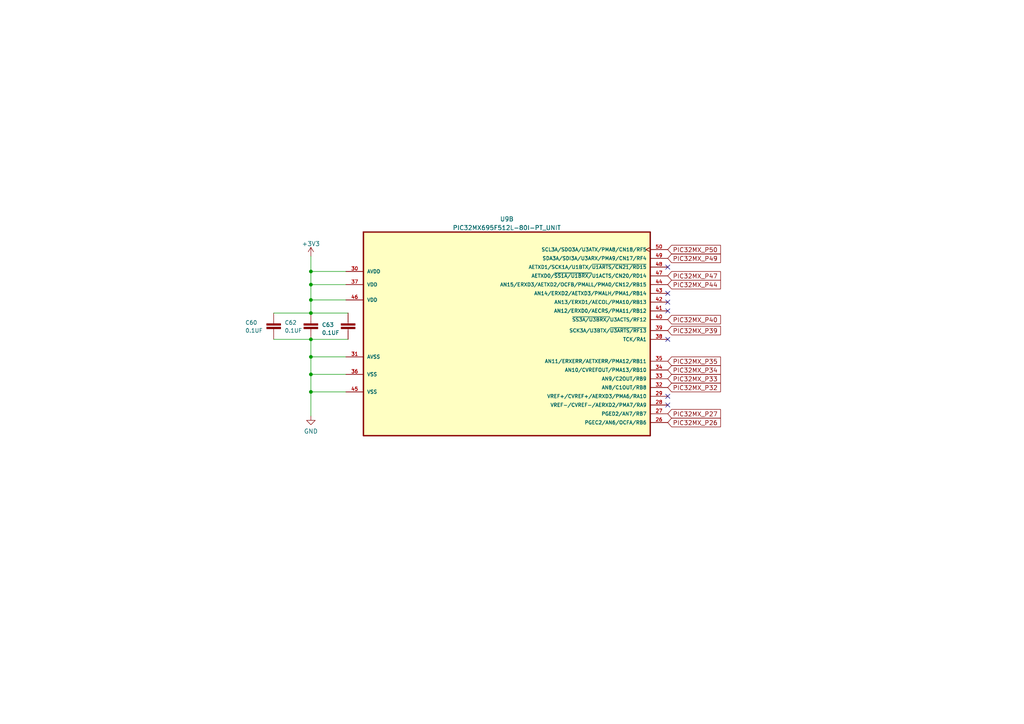
<source format=kicad_sch>
(kicad_sch (version 20230121) (generator eeschema)
  (paper "A4")
  (lib_symbols
    (symbol "MCU_Microchip_PIC32:PIC32MX695F512L-80I-PT_UNIT" (pin_names (offset 1.016))
      (property "Reference" "U9" (at 42.2275 2.506 0))
      (property "Value" "PIC32MX695F512L-80I-PT_UNIT" (at 42.2275 -0.0309 0))
      (symbol "PIC32MX695F512L-80I-PT_UNIT_0_0"
        (rectangle (start 0.635 -1.27) (end 83.82 -60.325) (stroke (width 0.4064)) (fill (type background)))
      )
      (symbol "PIC32MX695F512L-80I-PT_UNIT_1_0"
        (pin bidirectional line (at -4.445 -5.08 0) (length 5.08) (name "AERXERR/RG15") (number "1"))
        (pin bidirectional line (at -4.445 -31.75 0) (length 5.08) (name "ECOL/SCK2A/U2BTX/~{U2ARTS/PMA5/CN8/RG6}") (number "10"))
        (pin bidirectional line (at -4.445 -34.29 0) (length 5.08) (name "ECRS/SDA2A/SDI2A/U2ARX/PMA4/CN9/RG7") (number "11"))
        (pin bidirectional line (at -4.445 -37.465 0) (length 5.08) (name "ERXDV/SCL2A/SDO2A/U2ATX/PMA3/CN10/RG8") (number "12"))
        (pin input line (at -4.445 -41.275 0) (length 5.08) (name "~{MCLR}") (number "13"))
        (pin input clock (at 88.9 -41.91 180) (length 5.08) (name "ERXCLK/~{SS2A/U2BRX/}U2ACTS/PMA2/CN11/RG9") (number "14"))
        (pin power_in line (at 88.9 -39.37 180) (length 5.08) (name "VSS") (number "15"))
        (pin power_in line (at 88.9 -36.195 180) (length 5.08) (name "VDD") (number "16"))
        (pin bidirectional line (at 88.9 -33.02 180) (length 5.08) (name "TMS/RA0") (number "17"))
        (pin input line (at 88.9 -30.48 180) (length 5.08) (name "AERXD0/INT1/RE8") (number "18"))
        (pin input line (at 88.9 -27.94 180) (length 5.08) (name "AERXD1/INT2/RE9") (number "19"))
        (pin power_in line (at -4.445 -9.525 0) (length 5.08) (name "VDD") (number "2"))
        (pin input line (at 88.9 -25.4 180) (length 5.08) (name "AN5/C1IN+/VBUSON/CN7/RB5") (number "20"))
        (pin input line (at 88.9 -21.59 180) (length 5.08) (name "AN4/C1IN-/CN6/RB4") (number "21"))
        (pin input line (at 88.9 -19.05 180) (length 5.08) (name "AN3/C2IN+/CN5/RB3") (number "22"))
        (pin input line (at 88.9 -16.51 180) (length 5.08) (name "AN2/C2IN-/CN4/RB2") (number "23"))
        (pin bidirectional line (at 88.9 -7.62 180) (length 5.08) (name "PGEC1/AN1/CN3/RB1") (number "24"))
        (pin bidirectional line (at 88.9 -5.715 180) (length 5.08) (name "PGED1/AN0/CN2/RB0") (number "25"))
        (pin bidirectional line (at -4.445 -12.7 0) (length 5.08) (name "PMD5/RE5") (number "3"))
        (pin bidirectional line (at -4.445 -14.605 0) (length 5.08) (name "PMD6/RE6") (number "4"))
        (pin bidirectional line (at -4.445 -17.145 0) (length 5.08) (name "PMD7/RE7") (number "5"))
        (pin bidirectional line (at -4.445 -19.685 0) (length 5.08) (name "T2CK/RC1") (number "6"))
        (pin bidirectional line (at -4.445 -22.225 0) (length 5.08) (name "T3CK/RC2") (number "7"))
        (pin bidirectional line (at -4.445 -24.765 0) (length 5.08) (name "T4CK/RC3") (number "8"))
        (pin bidirectional line (at -4.445 -27.305 0) (length 5.08) (name "T5CK/SDI1/RC4") (number "9"))
      )
      (symbol "PIC32MX695F512L-80I-PT_UNIT_2_0"
        (pin bidirectional line (at 88.9 -56.515 180) (length 5.08) (name "PGEC2/AN6/OCFA/RB6") (number "26"))
        (pin bidirectional line (at 88.9 -53.975 180) (length 5.08) (name "PGED2/AN7/RB7") (number "27"))
        (pin bidirectional line (at 88.9 -51.435 180) (length 5.08) (name "VREF-/CVREF-/AERXD2/PMA7/RA9") (number "28"))
        (pin bidirectional line (at 88.9 -48.895 180) (length 5.08) (name "VREF+/CVREF+/AERXD3/PMA6/RA10") (number "29"))
        (pin power_in line (at -4.445 -12.7 0) (length 5.08) (name "AVDD") (number "30"))
        (pin power_in line (at -4.445 -37.465 0) (length 5.08) (name "AVSS") (number "31"))
        (pin bidirectional line (at 88.9 -46.355 180) (length 5.08) (name "AN8/C1OUT/RB8") (number "32"))
        (pin bidirectional line (at 88.9 -43.815 180) (length 5.08) (name "AN9/C2OUT/RB9") (number "33"))
        (pin bidirectional line (at 88.9 -41.275 180) (length 5.08) (name "AN10/CVREFOUT/PMA13/RB10") (number "34"))
        (pin bidirectional line (at 88.9 -38.735 180) (length 5.08) (name "AN11/ERXERR/AETXERR/PMA12/RB11") (number "35"))
        (pin power_in line (at -4.445 -42.545 0) (length 5.08) (name "VSS") (number "36"))
        (pin power_in line (at -4.445 -16.51 0) (length 5.08) (name "VDD") (number "37"))
        (pin bidirectional line (at 88.9 -32.385 180) (length 5.08) (name "TCK/RA1") (number "38"))
        (pin bidirectional line (at 88.9 -29.845 180) (length 5.08) (name "SCK3A/U3BTX/~{U3ARTS/RF13}") (number "39"))
        (pin bidirectional line (at 88.9 -26.67 180) (length 5.08) (name "~{SS3A/U3BRX/}U3ACTS/RF12") (number "40"))
        (pin bidirectional line (at 88.9 -24.13 180) (length 5.08) (name "AN12/ERXD0/AECRS/PMA11/RB12") (number "41"))
        (pin bidirectional line (at 88.9 -21.59 180) (length 5.08) (name "AN13/ERXD1/AECOL/PMA10/RB13") (number "42"))
        (pin bidirectional line (at 88.9 -19.05 180) (length 5.08) (name "AN14/ERXD2/AETXD3/PMALH/PMA1/RB14") (number "43"))
        (pin bidirectional line (at 88.9 -16.51 180) (length 5.08) (name "AN15/ERXD3/AETXD2/OCFB/PMALL/PMA0/CN12/RB15") (number "44"))
        (pin power_in line (at -4.445 -47.625 0) (length 5.08) (name "VSS") (number "45"))
        (pin power_in line (at -4.445 -20.955 0) (length 5.08) (name "VDD") (number "46"))
        (pin bidirectional line (at 88.9 -13.97 180) (length 5.08) (name "AETXD0/~{SS1A/U1BRX/}U1ACTS/CN20/RD14") (number "47"))
        (pin bidirectional line (at 88.9 -11.43 180) (length 5.08) (name "AETXD1/SCK1A/U1BTX/~{U1ARTS/CN21/RD15}") (number "48"))
        (pin bidirectional line (at 88.9 -8.89 180) (length 5.08) (name "SDA3A/SDI3A/U3ARX/PMA9/CN17/RF4") (number "49"))
        (pin input clock (at 88.9 -6.35 180) (length 5.08) (name "SCL3A/SDO3A/U3ATX/PMA8/CN18/RF5") (number "50"))
      )
      (symbol "PIC32MX695F512L-80I-PT_UNIT_3_0"
        (pin bidirectional line (at -4.445 -6.35 0) (length 5.08) (name "USBID/RF3") (number "51"))
        (pin bidirectional line (at -4.445 -8.89 0) (length 5.08) (name "SDA1A/SDI1A/U1ARX/RF2") (number "52"))
        (pin input clock (at -4.445 -11.43 0) (length 5.08) (name "SCL1A/SDO1A/U1ATX/RF8") (number "53"))
        (pin input line (at -4.445 -14.605 0) (length 5.08) (name "VBUS") (number "54"))
        (pin power_in line (at -4.445 -17.145 0) (length 5.08) (name "VUSB") (number "55"))
        (pin bidirectional line (at -4.445 -19.685 0) (length 5.08) (name "D-/RG3") (number "56"))
        (pin bidirectional line (at -4.445 -22.86 0) (length 5.08) (name "D+/RG2") (number "57"))
        (pin input clock (at -4.445 -26.035 0) (length 5.08) (name "SCL2/RA2") (number "58"))
        (pin bidirectional line (at -4.445 -29.21 0) (length 5.08) (name "SDA2/RA3") (number "59"))
        (pin bidirectional line (at -4.445 -32.385 0) (length 5.08) (name "TDI/RA4") (number "60"))
        (pin bidirectional line (at -4.445 -35.56 0) (length 5.08) (name "TDO/RA5") (number "61"))
        (pin power_in line (at -4.445 -38.735 0) (length 5.08) (name "VDD") (number "62"))
        (pin bidirectional clock (at -4.445 -41.91 0) (length 5.08) (name "OSC1/CLKI/RC12") (number "63"))
        (pin bidirectional clock (at 88.9 -41.275 180) (length 5.08) (name "OSC2/CLKO/RC15") (number "64"))
        (pin power_in line (at 88.9 -38.1 180) (length 5.08) (name "VSS") (number "65"))
        (pin input clock (at 88.9 -34.29 180) (length 5.08) (name "AETXCLK/SCL1/INT3/RA14") (number "66"))
        (pin input line (at 88.9 -31.75 180) (length 5.08) (name "AETXEN/SDA1/INT4/RA15") (number "67"))
        (pin bidirectional line (at 88.9 -28.575 180) (length 5.08) (name "RTCC/EMDIO/IC1/RD8") (number "68"))
        (pin bidirectional line (at 88.9 -26.035 180) (length 5.08) (name "~{SS1/IC2/RD9}") (number "69"))
        (pin bidirectional line (at 88.9 -23.495 180) (length 5.08) (name "SCK1/IC3/PMCS2/PMA15/RD10") (number "70"))
        (pin bidirectional line (at 88.9 -19.685 180) (length 5.08) (name "EMDC/IC4/PMCS1/PMA14/RD11") (number "71"))
        (pin input line (at 88.9 -15.875 180) (length 5.08) (name "SDO1/OC1/INT0/RD0") (number "72"))
        (pin bidirectional line (at 88.9 -12.7 180) (length 5.08) (name "SOSCI/CN1/RC13") (number "73"))
        (pin bidirectional line (at 88.9 -9.525 180) (length 5.08) (name "SOSCO/T1CK/CN0/RC14") (number "74"))
        (pin power_in line (at 88.9 -5.715 180) (length 5.08) (name "VSS") (number "75"))
      )
      (symbol "PIC32MX695F512L-80I-PT_UNIT_4_0"
        (pin bidirectional line (at 88.9 -6.35 180) (length 5.08) (name "PMD4/RE4") (number "100"))
        (pin bidirectional line (at -4.445 -5.715 0) (length 5.08) (name "OC2/RD1") (number "76"))
        (pin bidirectional line (at -4.445 -8.255 0) (length 5.08) (name "OC3/RD2") (number "77"))
        (pin bidirectional line (at -4.445 -10.795 0) (length 5.08) (name "OC4/RD3") (number "78"))
        (pin bidirectional line (at -4.445 -13.335 0) (length 5.08) (name "ETXD2/IC5/PMD12/RD12") (number "79"))
        (pin bidirectional line (at -4.445 -15.875 0) (length 5.08) (name "ETXD3/PMD13/CN19/RD13") (number "80"))
        (pin bidirectional line (at -4.445 -18.415 0) (length 5.08) (name "OC5/PMWR/CN13/RD4") (number "81"))
        (pin bidirectional line (at -4.445 -22.86 0) (length 5.08) (name "PMRD/CN14/RD5") (number "82"))
        (pin bidirectional line (at -4.445 -26.67 0) (length 5.08) (name "ETXEN/PMD14/CN15/RD6") (number "83"))
        (pin input clock (at -4.445 -29.21 0) (length 5.08) (name "ETXCLK/PMD15/CN16/RD7") (number "84"))
        (pin power_in line (at -4.445 -32.385 0) (length 5.08) (name "VCAP/VDDCORE") (number "85"))
        (pin power_in line (at -4.445 -34.925 0) (length 5.08) (name "VDD") (number "86"))
        (pin bidirectional line (at -4.445 -38.735 0) (length 5.08) (name "ETXD1/PMD11/RF0") (number "87"))
        (pin bidirectional line (at -4.445 -41.275 0) (length 5.08) (name "ETXD0/PMD10/RF1") (number "88"))
        (pin bidirectional line (at 88.9 -43.18 180) (length 5.08) (name "ETXERR/PMD9/RG1") (number "89"))
        (pin bidirectional line (at 88.9 -40.005 180) (length 5.08) (name "PMD8/RG0") (number "90"))
        (pin input clock (at 88.9 -35.56 180) (length 5.08) (name "TRCLK/RA6") (number "91"))
        (pin bidirectional line (at 88.9 -32.385 180) (length 5.08) (name "TRD3/RA7") (number "92"))
        (pin bidirectional line (at 88.9 -28.575 180) (length 5.08) (name "PMD0/RE0") (number "93"))
        (pin bidirectional line (at 88.9 -26.035 180) (length 5.08) (name "PMD1/RE1") (number "94"))
        (pin bidirectional line (at 88.9 -22.86 180) (length 5.08) (name "TRD2/RG14") (number "95"))
        (pin bidirectional line (at 88.9 -19.05 180) (length 5.08) (name "TRD1/RG12") (number "96"))
        (pin bidirectional line (at 88.9 -15.24 180) (length 5.08) (name "TRD0/RG13") (number "97"))
        (pin bidirectional line (at 88.9 -12.065 180) (length 5.08) (name "PMD2/RE2") (number "98"))
        (pin bidirectional line (at 88.9 -9.525 180) (length 5.08) (name "PMD3/RE3") (number "99"))
      )
    )
    (symbol "SparkFun-Capacitors:0.1UF-0402-16V-10%" (pin_numbers hide) (pin_names (offset 1.016) hide)
      (property "Reference" "C" (at 1.524 2.921 0))
      (property "Value" "0.1UF-0402-16V-10%" (at 1.524 -2.159 0))
      (property "Field4" "CAP-12416" (at 0 7.62 0))
      (symbol "0.1UF-0402-16V-10%_1_0"
        (polyline (pts (xy 0 0) (xy 0 0.508)))
        (polyline (pts (xy 0 2.54) (xy 0 2.032)))
      )
      (symbol "0.1UF-0402-16V-10%_1_1"
        (rectangle (start -2.032 0.508) (end 2.032 1.016) (fill (type outline)))
        (rectangle (start -2.032 1.524) (end 2.032 2.032) (fill (type outline)))
        (pin passive line (at 0 5.08 270) (length 2.54) (name "1") (number "1"))
        (pin passive line (at 0 -2.54 90) (length 2.54) (name "2") (number "2"))
      )
    )
    (symbol "power:+3V3" (power) (pin_names (offset 0))
      (property "Value" "+3V3" (at 0 3.556 0))
      (symbol "+3V3_0_1"
        (polyline (pts (xy -0.762 1.27) (xy 0 2.54)))
        (polyline (pts (xy 0 0) (xy 0 2.54)))
        (polyline (pts (xy 0 2.54) (xy 0.762 1.27)))
      )
      (symbol "+3V3_1_1"
        (pin power_in line (at 0 0 90) (length 0) hide (name "+3V3") (number "1"))
      )
    )
    (symbol "power:GND" (power) (pin_names (offset 0))
      (property "Value" "GND" (at 0 -3.81 0))
      (symbol "GND_0_1"
        (polyline (pts (xy 0 0) (xy 0 -1.27) (xy 1.27 -1.27) (xy 0 -2.54) (xy -1.27 -1.27) (xy 0 -1.27)))
      )
      (symbol "GND_1_1"
        (pin power_in line (at 0 0 270) (length 0) hide (name "GND") (number "1"))
      )
    )
  )
  (junction (at 90.17 82.55))
  (junction (at 90.17 108.585))
  (junction (at 90.17 103.505))
  (junction (at 90.17 113.665))
  (junction (at 90.17 98.425))
  (junction (at 90.17 90.805))
  (junction (at 90.17 78.74))
  (junction (at 90.17 86.995))
  (no_connect (at 193.675 114.935))
  (no_connect (at 193.675 117.475))
  (no_connect (at 193.675 85.09))
  (no_connect (at 193.675 87.63))
  (no_connect (at 193.675 90.17))
  (no_connect (at 193.675 98.425))
  (no_connect (at 193.675 77.47))
  (wire (pts (xy 90.17 113.665) (xy 100.33 113.665)))
  (wire (pts (xy 90.17 108.585) (xy 90.17 113.665)))
  (wire (pts (xy 90.17 90.805) (xy 90.17 86.995)))
  (wire (pts (xy 79.375 90.805) (xy 90.17 90.805)))
  (wire (pts (xy 90.17 98.425) (xy 90.17 103.505)))
  (wire (pts (xy 90.17 86.995) (xy 100.33 86.995)))
  (wire (pts (xy 90.17 82.55) (xy 90.17 86.995)))
  (wire (pts (xy 90.17 90.805) (xy 100.965 90.805)))
  (wire (pts (xy 90.17 82.55) (xy 100.33 82.55)))
  (wire (pts (xy 100.33 108.585) (xy 90.17 108.585)))
  (wire (pts (xy 90.17 74.295) (xy 90.17 78.74)))
  (wire (pts (xy 90.17 103.505) (xy 100.33 103.505)))
  (wire (pts (xy 90.17 113.665) (xy 90.17 120.65)))
  (wire (pts (xy 90.17 98.425) (xy 100.965 98.425)))
  (wire (pts (xy 90.17 78.74) (xy 90.17 82.55)))
  (wire (pts (xy 90.17 78.74) (xy 100.33 78.74)))
  (wire (pts (xy 90.17 103.505) (xy 90.17 108.585)))
  (wire (pts (xy 79.375 98.425) (xy 90.17 98.425)))
  (global_label "PIC32MX_P27" (shape input) (at 193.675 120.015 0) (property "Intersheetrefs" "${INTERSHEET_REFS}" (effects hide)))
  (global_label "PIC32MX_P35" (shape input) (at 193.675 104.775 0) (property "Intersheetrefs" "${INTERSHEET_REFS}" (effects hide)))
  (global_label "PIC32MX_P34" (shape input) (at 193.675 107.315 0) (property "Intersheetrefs" "${INTERSHEET_REFS}" (effects hide)))
  (global_label "PIC32MX_P33" (shape input) (at 193.675 109.855 0) (property "Intersheetrefs" "${INTERSHEET_REFS}" (effects hide)))
  (global_label "PIC32MX_P47" (shape input) (at 193.675 80.01 0) (property "Intersheetrefs" "${INTERSHEET_REFS}" (effects hide)))
  (global_label "PIC32MX_P32" (shape input) (at 193.675 112.395 0) (property "Intersheetrefs" "${INTERSHEET_REFS}" (effects hide)))
  (global_label "PIC32MX_P50" (shape input) (at 193.675 72.39 0) (property "Intersheetrefs" "${INTERSHEET_REFS}" (effects hide)))
  (global_label "PIC32MX_P44" (shape input) (at 193.675 82.55 0) (property "Intersheetrefs" "${INTERSHEET_REFS}" (effects hide)))
  (global_label "PIC32MX_P39" (shape input) (at 193.675 95.885 0) (property "Intersheetrefs" "${INTERSHEET_REFS}" (effects hide)))
  (global_label "PIC32MX_P40" (shape input) (at 193.675 92.71 0) (property "Intersheetrefs" "${INTERSHEET_REFS}" (effects hide)))
  (global_label "PIC32MX_P26" (shape input) (at 193.675 122.555 0) (property "Intersheetrefs" "${INTERSHEET_REFS}" (effects hide)))
  (global_label "PIC32MX_P49" (shape input) (at 193.675 74.93 0) (property "Intersheetrefs" "${INTERSHEET_REFS}" (effects hide)))
  (symbol (lib_id "SparkFun-Capacitors:0.1UF-0402-16V-10%") (at 100.965 95.885 0) (unit 1)
    (property "Reference" "C63" (at 93.345 94.2114 0) (effects (font (size 1.143 1.143)) (justify left)))
    (property "Value" "0.1UF" (at 93.345 96.52 0) (effects (font (size 1.143 1.143)) (justify left)))
    (property "Footprint" "Capacitor_SMD:C_0402_1005Metric" (effects hide))
  )
  (symbol (lib_id "SparkFun-Capacitors:0.1UF-0402-16V-10%") (at 79.375 95.885 0) (unit 1)
    (property "Reference" "C60" (at 71.12 93.5764 0) (effects (font (size 1.143 1.143)) (justify left)))
    (property "Value" "0.1UF" (at 71.12 95.885 0) (effects (font (size 1.143 1.143)) (justify left)))
    (property "Footprint" "Capacitor_SMD:C_0402_1005Metric" (effects hide))
  )
  (symbol (lib_id "power:+3V3") (at 90.17 74.295 0) (unit 1)
    (property "Reference" "#PWR0179" (effects hide))
    (property "Value" "+3V3" (at 90.17 70.7192 0))
  )
  (symbol (lib_id "SparkFun-Capacitors:0.1UF-0402-16V-10%") (at 90.17 95.885 0) (unit 1)
    (property "Reference" "C62" (at 82.55 93.5764 0) (effects (font (size 1.143 1.143)) (justify left)))
    (property "Value" "0.1UF" (at 82.55 95.885 0) (effects (font (size 1.143 1.143)) (justify left)))
    (property "Footprint" "Capacitor_SMD:C_0402_1005Metric" (effects hide))
  )
  (symbol (lib_id "power:GND") (at 90.17 120.65 0) (unit 1)
    (property "Reference" "#PWR0178" (effects hide))
    (property "Value" "GND" (at 90.17 125.0934 0))
  )
  (symbol (lib_id "MCU_Microchip_PIC32:PIC32MX695F512L-80I-PT_UNIT") (at 104.775 66.04 0) (unit 2)
    (property "Reference" "U9" (at 147.0025 63.534 0))
    (property "Value" "PIC32MX695F512L-80I-PT_UNIT" (at 147.0025 66.0709 0))
    (property "Footprint" "Package_QFP:TQFP-100_12x12mm_P0.4mm" (effects hide))
  )
)
</source>
